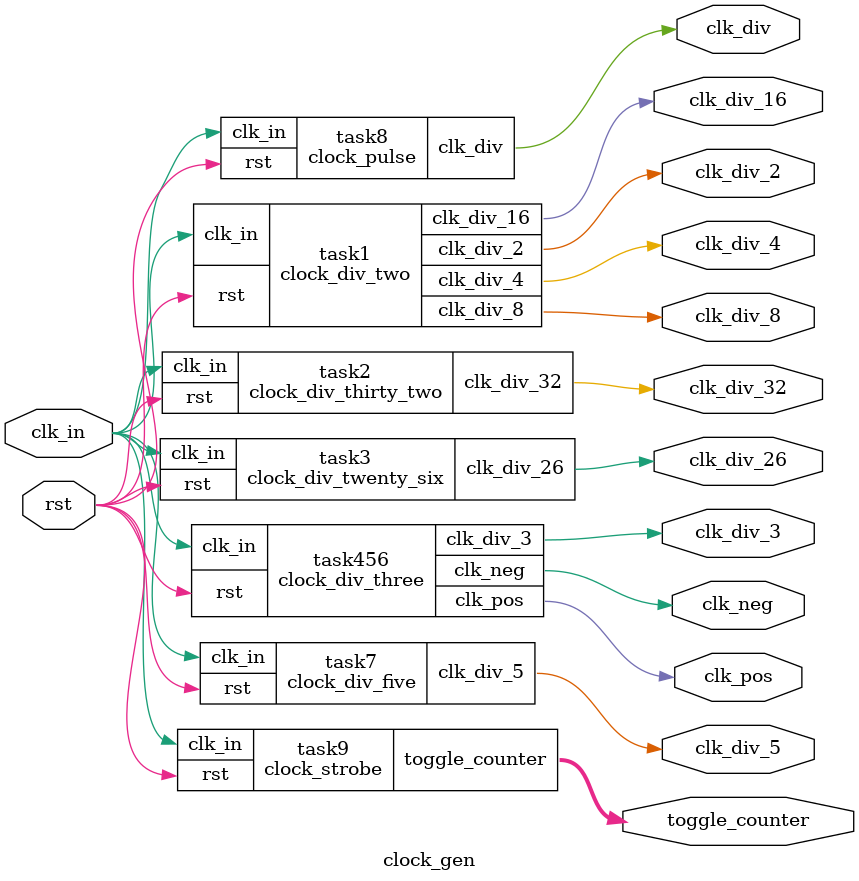
<source format=v>
`timescale 1ns / 1ps
module clock_div_two(clk_in, rst, clk_div_2, clk_div_4,
clk_div_8, clk_div_16);
input clk_in, rst;
output clk_div_2, clk_div_4, clk_div_8, clk_div_16;

reg [3:0] Q;
always @ (posedge clk_in)
begin
	if(rst)
		Q <= 4'b0000;
	else
		Q <= Q + 1'b1;
end

assign clk_div_2 = Q[0];
assign clk_div_4 = Q[1];
assign clk_div_8 = Q[2];
assign clk_div_16 = Q[3];

endmodule

// task 2
module clock_div_thirty_two(clk_in, rst, clk_div_32);
input clk_in, rst;
output reg clk_div_32;

reg [3:0] Q;
always @ (posedge clk_in)
begin
	if(rst)
	begin
		Q <= 4'b0000;
		clk_div_32 <= 0;
	end
	else if(Q == 4'b1111)
	begin
		clk_div_32 <= ~clk_div_32;
		Q <= Q + 1'b1;
	end
	else
		Q <= Q + 1'b1;
end

endmodule

// task 3
module clock_div_twenty_six(clk_in, rst, clk_div_26);
input clk_in, rst;
output reg clk_div_26;

reg [3:0] Q;
always @ (posedge clk_in)
begin
	if(rst)
	begin
		Q <= 4'b0000;
		clk_div_26 <= 0;
	end
	else if(Q == 4'b1100)
	begin
		clk_div_26 <= ~clk_div_26;
		Q <= Q + 1'b1;
	end
	else
		Q <= Q + 1'b1;
end

endmodule

// task 4, 5, 6
module clock_div_three(clk_in, rst, clk_div_3, clk_pos,
clk_neg);
input clk_in, rst;
output clk_div_3;
output reg clk_pos, clk_neg;

reg [1:0] count_pos;
always @ (posedge clk_in)
begin
	if(rst)
		count_pos <= 2'b00;
	else
		count_pos <= count_pos + 1'b1;
end

always @ (posedge clk_in)
begin
	if(count_pos == 0)
		clk_pos <= 1;
	else
		clk_pos <= 0;
end

reg [1:0] count_neg;
always @ (negedge clk_in)
begin
	if(rst)
		count_neg <= 2'b00;
	else
		count_neg <= count_neg + 1'b1;
end

always @ (negedge clk_in)
begin
	if(count_neg == 0)
		clk_neg <= 1;
	else
		clk_neg <= 0;
end

//this will be the logical or of the pos and neg
assign clk_div_3 = clk_pos || clk_neg;

endmodule

// task 7
module clock_div_five(clk_in, rst, clk_div_5);
input clk_in, rst;
output clk_div_5;

reg [4:0] count_pos;
always @ (posedge clk_in)
begin
	if(rst)
		count_pos <= 5'b00110;
	else
		count_pos <= {count_pos[3:0],count_pos[4]};
end

reg [4:0] count_neg;
always @ (negedge clk_in)
begin
	if(rst)
		count_neg <= 5'b00110;
	else
		count_neg <= {count_neg[3:0],count_neg[4]};
end

//this will be the logical or of the pos and neg
assign clk_div_5 = count_pos[4] || count_neg[4];

endmodule

// task 8
module clock_pulse(clk_in, rst, clk_div);
input clk_in, rst;
output reg clk_div;

reg [99:0] count;
always @ (posedge clk_in)
begin
	if (rst)
	begin
		count <= {1'b1,{99{1'b0}}};
	end
	else
		count <= {count[98:0],count[99]};
end

always @ (posedge clk_in)
begin
	if (rst)
		clk_div <= 0;
	if(count[99])
		clk_div <= ~clk_div;
end

endmodule

// task 9
module clock_strobe(clk_in, rst, toggle_counter);
input clk_in, rst;
output reg [7:0] toggle_counter;

reg [3:0] Q;
always @ (posedge clk_in)
begin
	if (rst)
	begin
		Q <= 4'b0001;
	end
	else
	begin
		Q <= {Q[2:0],Q[3]};
	end
end

always @ (posedge clk_in)
begin
	if (rst)
		toggle_counter <= 0;
	else if (Q[3] == 1)
		toggle_counter <= toggle_counter - 4'b0101; 
	else
		toggle_counter <= toggle_counter + 4'b0011; 
end

endmodule

module clock_gen(
    input clk_in,
    input rst,
    output clk_div_2,
    output clk_div_4,
    output clk_div_8,
    output clk_div_16,
    output clk_div_32,
    output clk_div_26,
    output clk_div_3,
    output clk_pos,
    output clk_neg,
    output clk_div_5,
    output clk_div,
    output [7:0] toggle_counter
    );
	 
clock_div_two task1(
	.clk_in (clk_in),
	.rst (rst),
	.clk_div_2(clk_div_2),
	.clk_div_4(clk_div_4),
	.clk_div_8(clk_div_8),
	.clk_div_16(clk_div_16)
);

clock_div_thirty_two task2 (
	.clk_in(clk_in),
	.rst(rst),
	.clk_div_32(clk_div_32)
);

clock_div_twenty_six task3(
	.clk_in (clk_in),
	.rst (rst),
	.clk_div_26 (clk_div_26)
);

clock_div_three task456(
	.clk_in(clk_in),
	.rst(rst),
	.clk_div_3(clk_div_3),
	.clk_pos(clk_pos),
	.clk_neg(clk_neg)
);

clock_div_five task7(
	.clk_in (clk_in),
	.rst (rst),
	.clk_div_5 (clk_div_5)
);

clock_pulse task8(
	.clk_in(clk_in),
	.rst(rst),
	.clk_div(clk_div)
);

clock_strobe task9(
	.clk_in (clk_in),
	.rst (rst),
	.toggle_counter (toggle_counter)
);


endmodule

</source>
